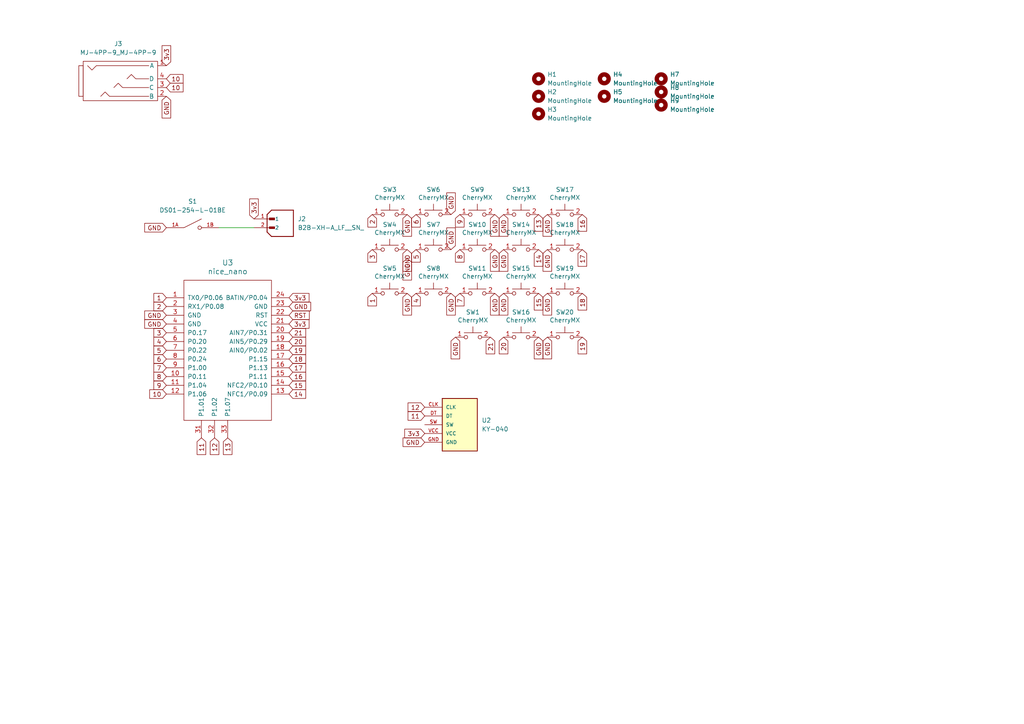
<source format=kicad_sch>
(kicad_sch (version 20230121) (generator eeschema)
  (paper "A4")
  (lib_symbols
    (symbol "B2B-XH-A_LF__SN_:B2B-XH-A_LF__SN_" (pin_names (offset 1.016))
      (property "Reference" "J" (at -2.54 6.35 0))
      (property "Value" "B2B-XH-A_LF__SN_" (at -2.54 -5.08 0))
      (symbol "B2B-XH-A_LF__SN__0_0"
        (rectangle (start -3.175 -0.3175) (end -1.5875 0.3175) (stroke (width 0.1)) (fill (type outline)))
        (rectangle (start -3.175 2.2225) (end -1.5875 2.8575) (stroke (width 0.1)) (fill (type outline)))
        (polyline (pts (xy -3.81 -1.27) (xy -2.54 -2.54)) (stroke (width 0.254)))
        (polyline (pts (xy -3.81 3.81) (xy -3.81 -1.27)) (stroke (width 0.254)))
        (polyline (pts (xy -3.81 3.81) (xy -2.54 5.08)) (stroke (width 0.254)))
        (polyline (pts (xy -2.54 -2.54) (xy 3.81 -2.54)) (stroke (width 0.254)))
        (polyline (pts (xy 3.81 -2.54) (xy 3.81 5.08)) (stroke (width 0.254)))
        (polyline (pts (xy 3.81 5.08) (xy -2.54 5.08)) (stroke (width 0.254)))
        (pin passive line (at -7.62 2.54 0) (length 5.08) (name "1") (number "1"))
        (pin passive line (at -7.62 0 0) (length 5.08) (name "2") (number "2"))
      )
    )
    (symbol "DS01-254-L-01BE:DS01-254-L-01BE" (pin_names (offset 1.016))
      (property "Reference" "S" (at -5.08 5.08 0))
      (property "Value" "DS01-254-L-01BE" (at -5.08 -5.08 0))
      (symbol "DS01-254-L-01BE_0_0"
        (polyline (pts (xy -2.54 0) (xy 2.54 2.54)) (stroke (width 0.1524)))
        (circle (center 2.032 0) (radius 0.508) (stroke (width 0.1524)))
        (pin passive line (at -7.62 0 0) (length 5.08) (name "~") (number "1A"))
        (pin passive line (at 7.62 0 180) (length 5.08) (name "~") (number "1B"))
      )
    )
    (symbol "KY-040:KY-040" (pin_names (offset 1.016))
      (property "Reference" "U" (at -5.08 10.16 0))
      (property "Value" "KY-040" (at -5.08 -12.7 0))
      (symbol "KY-040_0_0"
        (rectangle (start -5.08 -7.62) (end 5.08 7.62) (stroke (width 0.254)) (fill (type background)))
        (pin output line (at -10.16 5.08 0) (length 5.08) (name "CLK") (number "CLK"))
        (pin output line (at -10.16 2.54 0) (length 5.08) (name "DT") (number "DT"))
        (pin power_in line (at -10.16 -5.08 0) (length 5.08) (name "GND") (number "GND"))
        (pin output line (at -10.16 0 0) (length 5.08) (name "SW") (number "SW"))
        (pin power_in line (at -10.16 -2.54 0) (length 5.08) (name "VCC") (number "VCC"))
      )
    )
    (symbol "Keeb-rescue:CherryMX-CherryMX" (pin_names (offset 0.254))
      (property "Reference" "SW" (at 2.54 3.175 0))
      (property "Value" "CherryMX_CherryMX" (at 0 -1.905 0))
      (symbol "CherryMX-CherryMX_1_1"
        (circle (center -2.032 0) (radius 0.508))
        (polyline (pts (xy 0 1.27) (xy 0 3.048)))
        (polyline (pts (xy 2.54 1.27) (xy -2.54 1.27)))
        (circle (center 2.032 0) (radius 0.508))
        (pin passive line (at -5.08 0 0) (length 2.54) (name "~") (number "1"))
        (pin passive line (at 5.08 0 180) (length 2.54) (name "~") (number "2"))
      )
    )
    (symbol "Keeb-rescue:MJ-4PP-9-MJ-4PP-9" (pin_names (offset 1.016))
      (property "Reference" "J" (at 0 7.62 0))
      (property "Value" "MJ-4PP-9_MJ-4PP-9" (at 0 -8.89 0))
      (symbol "MJ-4PP-9-MJ-4PP-9_0_1"
        (rectangle (start -10.16 3.81) (end -11.43 -5.08))
        (polyline (pts (xy 8.89 -5.08) (xy -2.54 -5.08) (xy -3.81 -3.81) (xy -5.08 -5.08)))
        (polyline (pts (xy 8.89 -2.54) (xy 1.27 -2.54) (xy 0 -1.27) (xy -1.27 -2.54)))
        (polyline (pts (xy 8.89 0) (xy 5.08 0) (xy 3.81 1.27) (xy 2.54 0)))
        (polyline (pts (xy 8.89 3.81) (xy -6.35 3.81) (xy -7.62 2.54) (xy -8.89 3.81)))
        (rectangle (start 11.43 5.08) (end -10.16 -6.35))
      )
      (symbol "MJ-4PP-9-MJ-4PP-9_1_1"
        (pin input line (at 13.97 3.81 180) (length 2.54) (name "A") (number "1"))
        (pin input line (at 13.97 -5.08 180) (length 2.54) (name "B") (number "2"))
        (pin input line (at 13.97 -2.54 180) (length 2.54) (name "C") (number "3"))
        (pin input line (at 13.97 0 180) (length 2.54) (name "D") (number "4"))
      )
    )
    (symbol "Mechanical:MountingHole" (pin_names (offset 1.016))
      (property "Reference" "H" (at 0 5.08 0))
      (property "Value" "MountingHole" (at 0 3.175 0))
      (symbol "MountingHole_0_1"
        (circle (center 0 0) (radius 1.27) (stroke (width 1.27)))
      )
    )
    (symbol "nice_nano:nice_nano" (pin_names (offset 1.016))
      (property "Reference" "U" (at 0 0 0))
      (property "Value" "nice_nano" (at 0 2.54 0))
      (symbol "nice_nano_0_1"
        (rectangle (start -12.7 -21.59) (end 12.7 19.05))
      )
      (symbol "nice_nano_1_1"
        (pin input line (at -17.78 13.97 0) (length 5.08) (name "TX0/P0.06") (number "1"))
        (pin input line (at -17.78 -8.89 0) (length 5.08) (name "P0.11") (number "10"))
        (pin input line (at -17.78 -11.43 0) (length 5.08) (name "P1.04") (number "11"))
        (pin input line (at -17.78 -13.97 0) (length 5.08) (name "P1.06") (number "12"))
        (pin input line (at 17.78 -13.97 180) (length 5.08) (name "NFC1/P0.09") (number "13"))
        (pin input line (at 17.78 -11.43 180) (length 5.08) (name "NFC2/P0.10") (number "14"))
        (pin input line (at 17.78 -8.89 180) (length 5.08) (name "P1.11") (number "15"))
        (pin input line (at 17.78 -6.35 180) (length 5.08) (name "P1.13") (number "16"))
        (pin input line (at 17.78 -3.81 180) (length 5.08) (name "P1.15") (number "17"))
        (pin input line (at 17.78 -1.27 180) (length 5.08) (name "AIN0/P0.02") (number "18"))
        (pin input line (at 17.78 1.27 180) (length 5.08) (name "AIN5/P0.29") (number "19"))
        (pin input line (at -17.78 11.43 0) (length 5.08) (name "RX1/P0.08") (number "2"))
        (pin input line (at 17.78 3.81 180) (length 5.08) (name "AIN7/P0.31") (number "20"))
        (pin input line (at 17.78 6.35 180) (length 5.08) (name "VCC") (number "21"))
        (pin input line (at 17.78 8.89 180) (length 5.08) (name "RST") (number "22"))
        (pin input line (at 17.78 11.43 180) (length 5.08) (name "GND") (number "23"))
        (pin input line (at 17.78 13.97 180) (length 5.08) (name "BATIN/P0.04") (number "24"))
        (pin input line (at -17.78 8.89 0) (length 5.08) (name "GND") (number "3"))
        (pin input line (at -7.62 -26.67 90) (length 5.08) (name "P1.01") (number "31"))
        (pin input line (at -3.81 -26.67 90) (length 5.08) (name "P1.02") (number "32"))
        (pin input line (at 0 -26.67 90) (length 5.08) (name "P1.07") (number "33"))
        (pin input line (at -17.78 6.35 0) (length 5.08) (name "GND") (number "4"))
        (pin input line (at -17.78 3.81 0) (length 5.08) (name "P0.17") (number "5"))
        (pin input line (at -17.78 1.27 0) (length 5.08) (name "P0.20") (number "6"))
        (pin input line (at -17.78 -1.27 0) (length 5.08) (name "P0.22") (number "7"))
        (pin input line (at -17.78 -3.81 0) (length 5.08) (name "P0.24") (number "8"))
        (pin input line (at -17.78 -6.35 0) (length 5.08) (name "P1.00") (number "9"))
      )
    )
  )
  (wire (pts (xy 63.5 66.04) (xy 73.66 66.04)))
  (global_label "GND" (shape input) (at 143.51 72.39 270) (property "Intersheetrefs" "${INTERSHEET_REFS}" (effects hide)))
  (global_label "GND" (shape input) (at 130.81 62.23 90) (property "Intersheetrefs" "${INTERSHEET_REFS}" (effects hide)))
  (global_label "10" (shape input) (at 48.26 114.3 180) (property "Intersheetrefs" "${INTERSHEET_REFS}" (effects hide)))
  (global_label "13" (shape input) (at 66.04 127 270) (property "Intersheetrefs" "${INTERSHEET_REFS}" (effects hide)))
  (global_label "GND" (shape input) (at 158.75 62.23 270) (property "Intersheetrefs" "${INTERSHEET_REFS}" (effects hide)))
  (global_label "20" (shape input) (at 146.05 97.79 270) (property "Intersheetrefs" "${INTERSHEET_REFS}" (effects hide)))
  (global_label "GND" (shape input) (at 146.05 85.09 270) (property "Intersheetrefs" "${INTERSHEET_REFS}" (effects hide)))
  (global_label "21" (shape input) (at 142.24 97.79 270) (property "Intersheetrefs" "${INTERSHEET_REFS}" (effects hide)))
  (global_label "3" (shape input) (at 107.95 72.39 270) (property "Intersheetrefs" "${INTERSHEET_REFS}" (effects hide)))
  (global_label "GND" (shape input) (at 123.19 128.27 180) (property "Intersheetrefs" "${INTERSHEET_REFS}" (effects hide)))
  (global_label "17" (shape input) (at 168.91 72.39 270) (property "Intersheetrefs" "${INTERSHEET_REFS}" (effects hide)))
  (global_label "GND" (shape input) (at 118.11 74.93 270) (property "Intersheetrefs" "${INTERSHEET_REFS}" (effects hide)))
  (global_label "GND" (shape input) (at 48.26 27.94 270) (property "Intersheetrefs" "${INTERSHEET_REFS}" (effects hide)))
  (global_label "8" (shape input) (at 48.26 109.22 180) (property "Intersheetrefs" "${INTERSHEET_REFS}" (effects hide)))
  (global_label "17" (shape input) (at 83.82 106.68 0) (property "Intersheetrefs" "${INTERSHEET_REFS}" (effects hide)))
  (global_label "21" (shape input) (at 83.82 96.52 0) (property "Intersheetrefs" "${INTERSHEET_REFS}" (effects hide)))
  (global_label "1" (shape input) (at 48.26 86.36 180) (property "Intersheetrefs" "${INTERSHEET_REFS}" (effects hide)))
  (global_label "15" (shape input) (at 156.21 85.09 270) (property "Intersheetrefs" "${INTERSHEET_REFS}" (effects hide)))
  (global_label "GND" (shape input) (at 48.26 93.98 180) (property "Intersheetrefs" "${INTERSHEET_REFS}" (effects hide)))
  (global_label "5" (shape input) (at 120.65 72.39 270) (property "Intersheetrefs" "${INTERSHEET_REFS}" (effects hide)))
  (global_label "9" (shape input) (at 133.35 62.23 270) (property "Intersheetrefs" "${INTERSHEET_REFS}" (effects hide)))
  (global_label "18" (shape input) (at 168.91 85.09 270) (property "Intersheetrefs" "${INTERSHEET_REFS}" (effects hide)))
  (global_label "6" (shape input) (at 48.26 104.14 180) (property "Intersheetrefs" "${INTERSHEET_REFS}" (effects hide)))
  (global_label "7" (shape input) (at 48.26 106.68 180) (property "Intersheetrefs" "${INTERSHEET_REFS}" (effects hide)))
  (global_label "16" (shape input) (at 83.82 109.22 0) (property "Intersheetrefs" "${INTERSHEET_REFS}" (effects hide)))
  (global_label "GND" (shape input) (at 48.26 91.44 180) (property "Intersheetrefs" "${INTERSHEET_REFS}" (effects hide)))
  (global_label "7" (shape input) (at 133.35 85.09 270) (property "Intersheetrefs" "${INTERSHEET_REFS}" (effects hide)))
  (global_label "GND" (shape input) (at 158.75 72.39 270) (property "Intersheetrefs" "${INTERSHEET_REFS}" (effects hide)))
  (global_label "GND" (shape input) (at 48.26 66.04 180) (property "Intersheetrefs" "${INTERSHEET_REFS}" (effects hide)))
  (global_label "20" (shape input) (at 83.82 99.06 0) (property "Intersheetrefs" "${INTERSHEET_REFS}" (effects hide)))
  (global_label "18" (shape input) (at 83.82 104.14 0) (property "Intersheetrefs" "${INTERSHEET_REFS}" (effects hide)))
  (global_label "GND" (shape input) (at 130.81 85.09 270) (property "Intersheetrefs" "${INTERSHEET_REFS}" (effects hide)))
  (global_label "4" (shape input) (at 48.26 99.06 180) (property "Intersheetrefs" "${INTERSHEET_REFS}" (effects hide)))
  (global_label "12" (shape input) (at 62.23 127 270) (property "Intersheetrefs" "${INTERSHEET_REFS}" (effects hide)))
  (global_label "3v3" (shape input) (at 83.82 86.36 0) (property "Intersheetrefs" "${INTERSHEET_REFS}" (effects hide)))
  (global_label "13" (shape input) (at 156.21 62.23 270) (property "Intersheetrefs" "${INTERSHEET_REFS}" (effects hide)))
  (global_label "GND" (shape input) (at 118.11 85.09 270) (property "Intersheetrefs" "${INTERSHEET_REFS}" (effects hide)))
  (global_label "8" (shape input) (at 133.35 72.39 270) (property "Intersheetrefs" "${INTERSHEET_REFS}" (effects hide)))
  (global_label "GND" (shape input) (at 143.51 62.23 270) (property "Intersheetrefs" "${INTERSHEET_REFS}" (effects hide)))
  (global_label "3" (shape input) (at 48.26 96.52 180) (property "Intersheetrefs" "${INTERSHEET_REFS}" (effects hide)))
  (global_label "6" (shape input) (at 120.65 62.23 270) (property "Intersheetrefs" "${INTERSHEET_REFS}" (effects hide)))
  (global_label "GND" (shape input) (at 130.81 72.39 90) (property "Intersheetrefs" "${INTERSHEET_REFS}" (effects hide)))
  (global_label "GND" (shape input) (at 158.75 97.79 270) (property "Intersheetrefs" "${INTERSHEET_REFS}" (effects hide)))
  (global_label "5" (shape input) (at 48.26 101.6 180) (property "Intersheetrefs" "${INTERSHEET_REFS}" (effects hide)))
  (global_label "14" (shape input) (at 156.21 72.39 270) (property "Intersheetrefs" "${INTERSHEET_REFS}" (effects hide)))
  (global_label "4" (shape input) (at 120.65 85.09 270) (property "Intersheetrefs" "${INTERSHEET_REFS}" (effects hide)))
  (global_label "14" (shape input) (at 83.82 114.3 0) (property "Intersheetrefs" "${INTERSHEET_REFS}" (effects hide)))
  (global_label "RST" (shape input) (at 83.82 91.44 0) (property "Intersheetrefs" "${INTERSHEET_REFS}" (effects hide)))
  (global_label "2" (shape input) (at 107.95 62.23 270) (property "Intersheetrefs" "${INTERSHEET_REFS}" (effects hide)))
  (global_label "GND" (shape input) (at 156.21 97.79 270) (property "Intersheetrefs" "${INTERSHEET_REFS}" (effects hide)))
  (global_label "2" (shape input) (at 48.26 88.9 180) (property "Intersheetrefs" "${INTERSHEET_REFS}" (effects hide)))
  (global_label "GND" (shape input) (at 158.75 85.09 270) (property "Intersheetrefs" "${INTERSHEET_REFS}" (effects hide)))
  (global_label "19" (shape input) (at 168.91 97.79 270) (property "Intersheetrefs" "${INTERSHEET_REFS}" (effects hide)))
  (global_label "3v3" (shape input) (at 83.82 93.98 0) (property "Intersheetrefs" "${INTERSHEET_REFS}" (effects hide)))
  (global_label "9" (shape input) (at 48.26 111.76 180) (property "Intersheetrefs" "${INTERSHEET_REFS}" (effects hide)))
  (global_label "11" (shape input) (at 123.19 120.65 180) (property "Intersheetrefs" "${INTERSHEET_REFS}" (effects hide)))
  (global_label "15" (shape input) (at 83.82 111.76 0) (property "Intersheetrefs" "${INTERSHEET_REFS}" (effects hide)))
  (global_label "GND" (shape input) (at 132.08 97.79 270) (property "Intersheetrefs" "${INTERSHEET_REFS}" (effects hide)))
  (global_label "GND" (shape input) (at 83.82 88.9 0) (property "Intersheetrefs" "${INTERSHEET_REFS}" (effects hide)))
  (global_label "GND" (shape input) (at 118.11 62.23 270) (property "Intersheetrefs" "${INTERSHEET_REFS}" (effects hide)))
  (global_label "11" (shape input) (at 58.42 127 270) (property "Intersheetrefs" "${INTERSHEET_REFS}" (effects hide)))
  (global_label "1" (shape input) (at 107.95 85.09 270) (property "Intersheetrefs" "${INTERSHEET_REFS}" (effects hide)))
  (global_label "GND" (shape input) (at 146.05 62.23 270) (property "Intersheetrefs" "${INTERSHEET_REFS}" (effects hide)))
  (global_label "12" (shape input) (at 123.19 118.11 180) (property "Intersheetrefs" "${INTERSHEET_REFS}" (effects hide)))
  (global_label "10" (shape input) (at 48.26 25.4 0) (property "Intersheetrefs" "${INTERSHEET_REFS}" (effects hide)))
  (global_label "3v3" (shape input) (at 73.66 63.5 90) (property "Intersheetrefs" "${INTERSHEET_REFS}" (effects hide)))
  (global_label "GND" (shape input) (at 143.51 85.09 270) (property "Intersheetrefs" "${INTERSHEET_REFS}" (effects hide)))
  (global_label "10" (shape input) (at 48.26 22.86 0) (property "Intersheetrefs" "${INTERSHEET_REFS}" (effects hide)))
  (global_label "19" (shape input) (at 83.82 101.6 0) (property "Intersheetrefs" "${INTERSHEET_REFS}" (effects hide)))
  (global_label "3v3" (shape input) (at 123.19 125.73 180) (property "Intersheetrefs" "${INTERSHEET_REFS}" (effects hide)))
  (global_label "16" (shape input) (at 168.91 62.23 270) (property "Intersheetrefs" "${INTERSHEET_REFS}" (effects hide)))
  (global_label "GND" (shape input) (at 146.05 72.39 270) (property "Intersheetrefs" "${INTERSHEET_REFS}" (effects hide)))
  (global_label "GND" (shape input) (at 118.11 72.39 270) (property "Intersheetrefs" "${INTERSHEET_REFS}" (effects hide)))
  (global_label "3v3" (shape input) (at 48.26 19.05 90) (property "Intersheetrefs" "${INTERSHEET_REFS}" (effects hide)))
  (symbol (lib_id "Keeb-rescue:CherryMX-CherryMX") (at 113.03 62.23 0) (unit 1)
    (property "Reference" "SW3" (at 113.03 54.991 0))
    (property "Value" "CherryMX" (at 113.03 57.3024 0))
    (property "Footprint" "ScottoKeebs_Hotswap:Hotswap_MX_Plated_1.00u" (effects hide))
  )
  (symbol (lib_id "Keeb-rescue:CherryMX-CherryMX") (at 125.73 62.23 0) (unit 1)
    (property "Reference" "SW6" (at 125.73 54.991 0))
    (property "Value" "CherryMX" (at 125.73 57.3024 0))
    (property "Footprint" "ScottoKeebs_Hotswap:Hotswap_MX_Plated_1.00u" (effects hide))
  )
  (symbol (lib_id "Keeb-rescue:CherryMX-CherryMX") (at 138.43 62.23 0) (unit 1)
    (property "Reference" "SW9" (at 138.43 54.991 0))
    (property "Value" "CherryMX" (at 138.43 57.3024 0))
    (property "Footprint" "ScottoKeebs_Hotswap:Hotswap_MX_Plated_1.00u" (effects hide))
  )
  (symbol (lib_id "Keeb-rescue:CherryMX-CherryMX") (at 151.13 62.23 0) (unit 1)
    (property "Reference" "SW13" (at 151.13 54.991 0))
    (property "Value" "CherryMX" (at 151.13 57.3024 0))
    (property "Footprint" "ScottoKeebs_Hotswap:Hotswap_MX_Plated_1.00u" (effects hide))
  )
  (symbol (lib_id "Keeb-rescue:CherryMX-CherryMX") (at 163.83 62.23 0) (unit 1)
    (property "Reference" "SW17" (at 163.83 54.991 0))
    (property "Value" "CherryMX" (at 163.83 57.3024 0))
    (property "Footprint" "ScottoKeebs_Hotswap:Hotswap_MX_Plated_1.00u" (effects hide))
  )
  (symbol (lib_id "Keeb-rescue:CherryMX-CherryMX") (at 113.03 72.39 0) (unit 1)
    (property "Reference" "SW4" (at 113.03 65.151 0))
    (property "Value" "CherryMX" (at 113.03 67.4624 0))
    (property "Footprint" "ScottoKeebs_Hotswap:Hotswap_MX_Plated_1.00u" (effects hide))
  )
  (symbol (lib_id "Keeb-rescue:CherryMX-CherryMX") (at 125.73 72.39 0) (unit 1)
    (property "Reference" "SW7" (at 125.73 65.151 0))
    (property "Value" "CherryMX" (at 125.73 67.4624 0))
    (property "Footprint" "ScottoKeebs_Hotswap:Hotswap_MX_Plated_1.00u" (effects hide))
  )
  (symbol (lib_id "Keeb-rescue:CherryMX-CherryMX") (at 138.43 72.39 0) (unit 1)
    (property "Reference" "SW10" (at 138.43 65.151 0))
    (property "Value" "CherryMX" (at 138.43 67.4624 0))
    (property "Footprint" "ScottoKeebs_Hotswap:Hotswap_MX_Plated_1.00u" (effects hide))
  )
  (symbol (lib_id "Keeb-rescue:CherryMX-CherryMX") (at 151.13 72.39 0) (unit 1)
    (property "Reference" "SW14" (at 151.13 65.151 0))
    (property "Value" "CherryMX" (at 151.13 67.4624 0))
    (property "Footprint" "ScottoKeebs_Hotswap:Hotswap_MX_Plated_1.00u" (effects hide))
  )
  (symbol (lib_id "Keeb-rescue:CherryMX-CherryMX") (at 163.83 72.39 0) (unit 1)
    (property "Reference" "SW18" (at 163.83 65.151 0))
    (property "Value" "CherryMX" (at 163.83 67.4624 0))
    (property "Footprint" "ScottoKeebs_Hotswap:Hotswap_MX_Plated_1.00u" (effects hide))
  )
  (symbol (lib_id "Keeb-rescue:CherryMX-CherryMX") (at 113.03 85.09 0) (unit 1)
    (property "Reference" "SW5" (at 113.03 77.851 0))
    (property "Value" "CherryMX" (at 113.03 80.1624 0))
    (property "Footprint" "ScottoKeebs_Hotswap:Hotswap_MX_Plated_1.00u" (effects hide))
  )
  (symbol (lib_id "Keeb-rescue:CherryMX-CherryMX") (at 125.73 85.09 0) (unit 1)
    (property "Reference" "SW8" (at 125.73 77.851 0))
    (property "Value" "CherryMX" (at 125.73 80.1624 0))
    (property "Footprint" "ScottoKeebs_Hotswap:Hotswap_MX_Plated_1.00u" (effects hide))
  )
  (symbol (lib_id "Keeb-rescue:CherryMX-CherryMX") (at 138.43 85.09 0) (unit 1)
    (property "Reference" "SW11" (at 138.43 77.851 0))
    (property "Value" "CherryMX" (at 138.43 80.1624 0))
    (property "Footprint" "ScottoKeebs_Hotswap:Hotswap_MX_Plated_1.00u" (effects hide))
  )
  (symbol (lib_id "Keeb-rescue:CherryMX-CherryMX") (at 151.13 85.09 0) (unit 1)
    (property "Reference" "SW15" (at 151.13 77.851 0))
    (property "Value" "CherryMX" (at 151.13 80.1624 0))
    (property "Footprint" "ScottoKeebs_Hotswap:Hotswap_MX_Plated_1.00u" (effects hide))
  )
  (symbol (lib_id "Keeb-rescue:CherryMX-CherryMX") (at 163.83 85.09 0) (unit 1)
    (property "Reference" "SW19" (at 163.83 77.851 0))
    (property "Value" "CherryMX" (at 163.83 80.1624 0))
    (property "Footprint" "ScottoKeebs_Hotswap:Hotswap_MX_Plated_1.00u" (effects hide))
  )
  (symbol (lib_id "Keeb-rescue:CherryMX-CherryMX") (at 151.13 97.79 0) (unit 1)
    (property "Reference" "SW16" (at 151.13 90.551 0))
    (property "Value" "CherryMX" (at 151.13 92.8624 0))
    (property "Footprint" "ScottoKeebs_Hotswap:Hotswap_MX_Plated_1.00u" (effects hide))
  )
  (symbol (lib_id "Keeb-rescue:CherryMX-CherryMX") (at 163.83 97.79 0) (unit 1)
    (property "Reference" "SW20" (at 163.83 90.551 0))
    (property "Value" "CherryMX" (at 163.83 92.8624 0))
    (property "Footprint" "ScottoKeebs_Hotswap:Hotswap_MX_Plated_1.00u" (effects hide))
  )
  (symbol (lib_id "Mechanical:MountingHole") (at 191.77 22.86 0) (unit 1)
    (property "Reference" "H7" (at 194.31 21.59 0) (effects (justify left)))
    (property "Value" "MountingHole" (at 194.31 24.13 0) (effects (justify left)))
    (property "Footprint" "MountingHole:MountingHole_3.2mm_M3" (effects hide))
  )
  (symbol (lib_id "Keeb-rescue:CherryMX-CherryMX") (at 137.16 97.79 0) (unit 1)
    (property "Reference" "SW1" (at 137.16 90.551 0))
    (property "Value" "CherryMX" (at 137.16 92.8624 0))
    (property "Footprint" "ScottoKeebs_Hotswap:Hotswap_MX_Plated_1.00u" (effects hide))
  )
  (symbol (lib_id "Mechanical:MountingHole") (at 191.77 26.67 0) (unit 1)
    (property "Reference" "H8" (at 194.31 25.4 0) (effects (justify left)))
    (property "Value" "MountingHole" (at 194.31 27.94 0) (effects (justify left)))
    (property "Footprint" "MountingHole:MountingHole_3.2mm_M3" (effects hide))
  )
  (symbol (lib_id "nice_nano:nice_nano") (at 66.04 100.33 0) (unit 1)
    (property "Reference" "U3" (at 66.04 76.2 0) (effects (font (size 1.524 1.524))))
    (property "Value" "nice_nano" (at 66.04 78.74 0) (effects (font (size 1.524 1.524))))
    (property "Footprint" "Nice_nano:nice_nano" (effects hide))
  )
  (symbol (lib_id "DS01-254-L-01BE:DS01-254-L-01BE") (at 55.88 66.04 0) (unit 1)
    (property "Reference" "S1" (at 55.88 58.42 0))
    (property "Value" "DS01-254-L-01BE" (at 55.88 60.96 0))
    (property "Footprint" "DIP:SW_DS01-254-L-01BE" (effects hide))
    (property "MF" "CUI Devices" (effects hide))
    (property "MAXIMUM_PACKAGE_HEIGHT" "7.0mm" (effects hide))
    (property "Package" "None" (effects hide))
    (property "Price" "None" (effects hide))
    (property "Check_prices" "https://www.snapeda.com/parts/DS01-254-L-01BE/CUI+Devices/view-part/?ref=eda" (effects hide))
    (property "STANDARD" "Manufacturer recommendations" (effects hide))
    (property "PARTREV" "1.0" (effects hide))
    (property "SnapEDA_Link" "https://www.snapeda.com/parts/DS01-254-L-01BE/CUI+Devices/view-part/?ref=snap" (effects hide))
    (property "MP" "DS01-254-L-01BE" (effects hide))
    (property "Purchase-URL" "https://www.snapeda.com/api/url_track_click_mouser/?unipart_id=4467329&manufacturer=CUI Devices&part_name=DS01-254-L-01BE&search_term=None" (effects hide))
    (property "Description" "1 Position, Through Hole, 2.54 mm Pitch, Raised Slide Actuator, Flat Bottom, Long Pin, DIP Switch" (effects hide))
    (property "CUI_purchase_URL" "https://www.cuidevices.com/product/switches/dip-switches/ds01-254-l-01be?utm_source=snapeda.com&utm_medium=referral&utm_campaign=snapedaBOM" (effects hide))
    (property "Availability" "In Stock" (effects hide))
    (property "MANUFACTURER" "CUI" (effects hide))
  )
  (symbol (lib_id "B2B-XH-A_LF__SN_:B2B-XH-A_LF__SN_") (at 81.28 66.04 0) (unit 1)
    (property "Reference" "J2" (at 86.36 63.5 0) (effects (justify left)))
    (property "Value" "B2B-XH-A_LF__SN_" (at 86.36 66.04 0) (effects (justify left)))
    (property "Footprint" "Connectors_user:JST_B2B-XH-A_LF__SN_" (effects hide))
    (property "MF" "JST Sales America Inc." (effects hide))
    (property "MAXIMUM_PACKAGE_HEIGHT" "7 mm" (effects hide))
    (property "Package" "None" (effects hide))
    (property "Price" "None" (effects hide))
    (property "Check_prices" "https://www.snapeda.com/parts/B2B-XH-A(LF)(SN)/JST+Sales+America+Inc./view-part/?ref=eda" (effects hide))
    (property "STANDARD" "Manufacturer Recommendations" (effects hide))
    (property "PARTREV" "N/A" (effects hide))
    (property "SnapEDA_Link" "https://www.snapeda.com/parts/B2B-XH-A(LF)(SN)/JST+Sales+America+Inc./view-part/?ref=snap" (effects hide))
    (property "MP" "B2B-XH-A(LF)(SN)" (effects hide))
    (property "Description" "\nConnector Header Through Hole 2 position 0.098 (2.50mm)\n" (effects hide))
    (property "Availability" "In Stock" (effects hide))
    (property "MANUFACTURER" "JST Sales America Inc." (effects hide))
  )
  (symbol (lib_id "KY-040:KY-040") (at 133.35 123.19 0) (unit 1)
    (property "Reference" "U2" (at 139.7 121.92 0) (effects (justify left)))
    (property "Value" "KY-040" (at 139.7 124.46 0) (effects (justify left)))
    (property "Footprint" "KY-040:KY-040-PORT" (effects hide))
    (property "MF" "Joy-IT" (effects hide))
    (property "Description" "\nKY-5.0-4P Green(RAL6018/T) ; CONTACT WITH TIN PLATED MARK\n" (effects hide))
    (property "Package" "Package" (effects hide))
    (property "Price" "None" (effects hide))
    (property "SnapEDA_Link" "https://www.snapeda.com/parts/KY-040/Joy-IT/view-part/?ref=snap" (effects hide))
    (property "MP" "KY-040" (effects hide))
    (property "Availability" "Not in stock" (effects hide))
    (property "Check_prices" "https://www.snapeda.com/parts/KY-040/Joy-IT/view-part/?ref=eda" (effects hide))
  )
  (symbol (lib_id "Mechanical:MountingHole") (at 175.26 22.86 0) (unit 1)
    (property "Reference" "H4" (at 177.8 21.59 0) (effects (justify left)))
    (property "Value" "MountingHole" (at 177.8 24.13 0) (effects (justify left)))
    (property "Footprint" "MountingHole:MountingHole_3.2mm_M3" (effects hide))
  )
  (symbol (lib_id "Mechanical:MountingHole") (at 156.21 22.86 0) (unit 1)
    (property "Reference" "H1" (at 158.75 21.59 0) (effects (justify left)))
    (property "Value" "MountingHole" (at 158.75 24.13 0) (effects (justify left)))
    (property "Footprint" "MountingHole:MountingHole_3.2mm_M3" (effects hide))
  )
  (symbol (lib_id "Mechanical:MountingHole") (at 156.21 27.94 0) (unit 1)
    (property "Reference" "H2" (at 158.75 26.67 0) (effects (justify left)))
    (property "Value" "MountingHole" (at 158.75 29.21 0) (effects (justify left)))
    (property "Footprint" "MountingHole:MountingHole_3.2mm_M3" (effects hide))
  )
  (symbol (lib_id "Keeb-rescue:MJ-4PP-9-MJ-4PP-9") (at 34.29 22.86 0) (unit 1)
    (property "Reference" "J3" (at 34.29 12.7 0))
    (property "Value" "MJ-4PP-9_MJ-4PP-9" (at 34.29 15.24 0))
    (property "Footprint" "MJ-4PP-9:MJ-4PP-9" (effects hide))
  )
  (symbol (lib_id "Mechanical:MountingHole") (at 156.21 33.02 0) (unit 1)
    (property "Reference" "H3" (at 158.75 31.75 0) (effects (justify left)))
    (property "Value" "MountingHole" (at 158.75 34.29 0) (effects (justify left)))
    (property "Footprint" "MountingHole:MountingHole_3.2mm_M3" (effects hide))
  )
  (symbol (lib_id "Mechanical:MountingHole") (at 175.26 27.94 0) (unit 1)
    (property "Reference" "H5" (at 177.8 26.67 0) (effects (justify left)))
    (property "Value" "MountingHole" (at 177.8 29.21 0) (effects (justify left)))
    (property "Footprint" "MountingHole:MountingHole_3.2mm_M3" (effects hide))
  )
  (symbol (lib_id "Mechanical:MountingHole") (at 191.77 30.48 0) (unit 1)
    (property "Reference" "H9" (at 194.31 29.21 0) (effects (justify left)))
    (property "Value" "MountingHole" (at 194.31 31.75 0) (effects (justify left)))
    (property "Footprint" "MountingHole:MountingHole_3.2mm_M3" (effects hide))
  )
)
</source>
